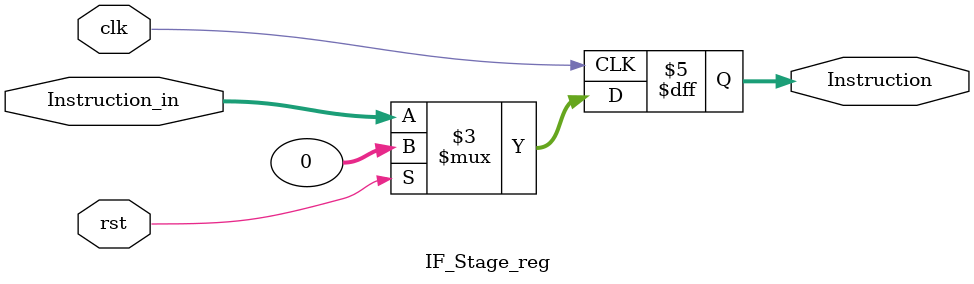
<source format=v>
module IF_Stage_reg
	(
		clk,
		rst,
		Instruction_in,
		Instruction
	);
	
	// input and outputs
	input			clk;
	input			rst;
	input	[31:0]	Instruction_in;
	output	[31:0]	Instruction;
	
	// registers
	reg		[31:0]	Instruction;
	
	// build module
	
	// transition	between
	always @(posedge clk)
	begin
		if(rst)
			Instruction <= 32'b0;
		else
			Instruction <= Instruction_in;
	end
	
endmodule

</source>
